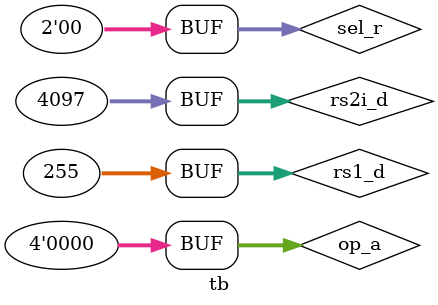
<source format=v>
`timescale 1ns / 1ps

module tb;
    reg [31:0] rs1_d, rs2i_d, imm_d, pc_v, off_v;     //rs1 data, rs2 data or immediate data,
                                                                                            //immediate data, pc value, offset value
    reg [3:0] op_a, op_s;     //operation arithmetic, operation shift
    reg [2:0] op_l;     //operation logical
    reg [1:0] sel_r;     //select result of arithmetic/logical/shift operation as the result of data operation 
    reg [2:0] bra_c;     // branching condition
    reg b_rs1_pc;     //base register rs1 or pc
    
    wire [31:0] res_d_op, res_brt_dma;     //result of data operation, result of branch target or                                                                      //data memory address computation
    wire res_bra;     //result of branch condition evaluation
    
    exec dut(.rs1_d(rs1_d), 
             .rs2i_d(rs2i_d),
             .imm_d(imm_d), 
             .pc_v(pc_v), 
             .off_v(off_v),
             .opa_a(op_a),
             .op_s(op_s),
             .op_l(op_l),
             .sel_r(sel_r),
             .bra_c(bra_c),
             .b_rs1_pc(b_rs1_pc),
             .res_d_op(res_d_op),
             .res_brt_dma(res_brt_dma),
             .res_bra(res_bra));
             
     initial begin
        //add operation
        #0 rs1_d = 31'h00ff; rs2i_d = 31'h1001; op_a=4'b0000; sel_r=2'b00;
        #10 rs1_d = 31'h00ff; rs2i_d = 31'h1001; op_a=4'b1000; sel_r=2'b00;
        #10 rs1_d = 31'h00ff; rs2i_d = 31'h1001; op_a=4'b0000; sel_r=2'b00;

     end
endmodule

</source>
